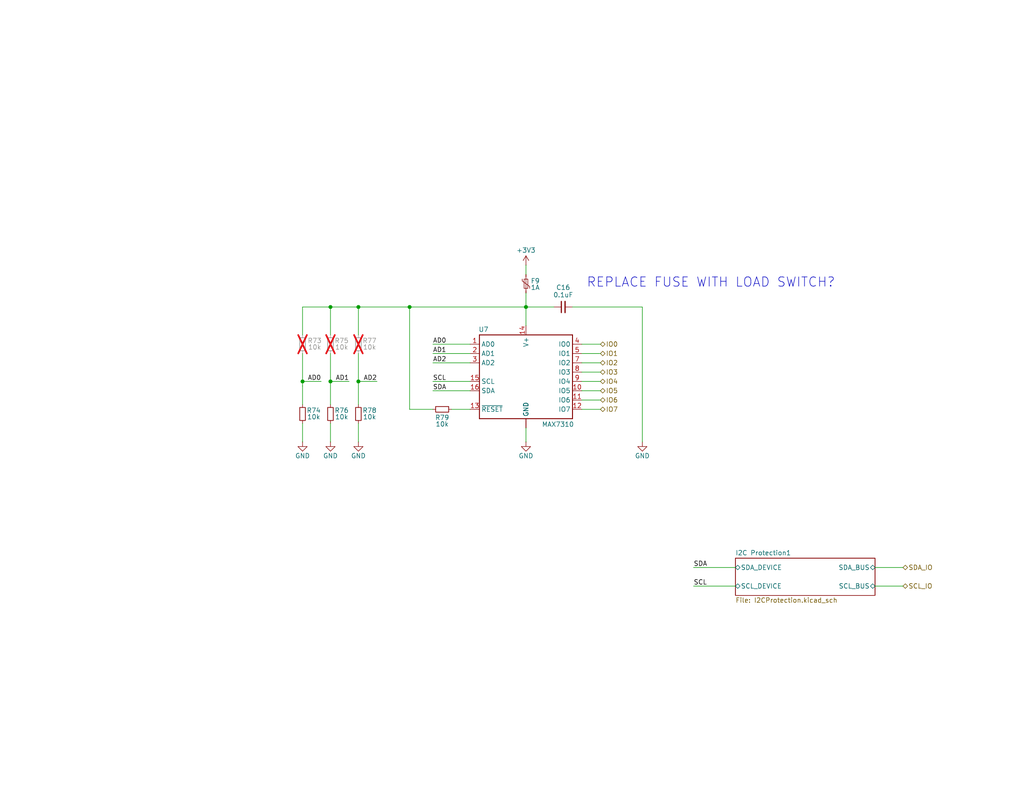
<source format=kicad_sch>
(kicad_sch (version 20231120) (generator "eeschema") (generator_version "8.0")
  (paper "USLetter")
  (title_block (title "Argus Batteryboard") (date "2024-12-06") (rev "v2.1") (company "Carnegie Mellon University") (comment 1 "M. Holliday") (comment 2 "N. Khera") (comment 3 "V. Rajesh"))
  (lib_symbols
    (symbol "Argus-IC:MAX7310"
      (property "Reference" "U7" (at -12.954 10.922 0))
      (property "Value" "MAX7310" (at 4.318 -14.986 0))
      (symbol "MAX7310_1_0"
        (polyline (pts (xy -12.7 -12.7) (xy 12.7 -12.7)) (stroke (width 0.254)))
        (polyline (pts (xy -12.7 10.16) (xy -12.7 -12.7)) (stroke (width 0.254)))
        (polyline (pts (xy 12.7 -12.7) (xy 12.7 10.16)) (stroke (width 0.254)))
        (polyline (pts (xy 12.7 10.16) (xy -12.7 10.16)) (stroke (width 0.254)))
        (pin input line (at -15.24 7.62 0) (length 2.54) (name "AD0") (number "1"))
        (pin bidirectional line (at 15.24 -5.08 180) (length 2.54) (name "IO5") (number "10"))
        (pin bidirectional line (at 15.24 -7.62 180) (length 2.54) (name "IO6") (number "11"))
        (pin bidirectional line (at 15.24 -10.16 180) (length 2.54) (name "IO7") (number "12"))
        (pin input line (at -15.24 -10.16 0) (length 2.54) (name "~{RESET}") (number "13"))
        (pin power_in line (at 0 12.7 270) (length 2.54) (name "V+") (number "14"))
        (pin input line (at -15.24 -2.54 0) (length 2.54) (name "SCL") (number "15"))
        (pin bidirectional line (at -15.24 -5.08 0) (length 2.54) (name "SDA") (number "16"))
        (pin power_in line (at 0 -15.24 90) (length 2.54) hide (name "GND") (number "17"))
        (pin input line (at -15.24 5.08 0) (length 2.54) (name "AD1") (number "2"))
        (pin input line (at -15.24 2.54 0) (length 2.54) (name "AD2") (number "3"))
        (pin bidirectional line (at 15.24 7.62 180) (length 2.54) (name "IO0") (number "4"))
        (pin bidirectional line (at 15.24 5.08 180) (length 2.54) (name "IO1") (number "5"))
        (pin power_in line (at 0 -15.24 90) (length 2.54) (name "GND") (number "6"))
        (pin bidirectional line (at 15.24 2.54 180) (length 2.54) (name "IO2") (number "7"))
        (pin bidirectional line (at 15.24 0 180) (length 2.54) (name "IO3") (number "8"))
        (pin bidirectional line (at 15.24 -2.54 180) (length 2.54) (name "IO4") (number "9"))
        (pin power_in line (at 0 -15.24 90) (length 2.54) (name "GND") (number "EPAD"))
      )
    )
    (symbol "Device:C_Small" (pin_numbers hide) (pin_names (offset 0.254) hide)
      (property "Reference" "C" (at 0.254 1.778 0))
      (property "Value" "C_Small" (at 0.254 -2.032 0))
      (symbol "C_Small_0_1"
        (polyline (pts (xy -1.524 -0.508) (xy 1.524 -0.508)) (stroke (width 0.3302)))
        (polyline (pts (xy -1.524 0.508) (xy 1.524 0.508)) (stroke (width 0.3048)))
      )
      (symbol "C_Small_1_1"
        (pin passive line (at 0 2.54 270) (length 2.032) (name "~") (number "1"))
        (pin passive line (at 0 -2.54 90) (length 2.032) (name "~") (number "2"))
      )
    )
    (symbol "Device:Polyfuse_Small" (pin_numbers hide) (pin_names (offset 0))
      (property "Reference" "F" (at -1.905 0 90))
      (property "Value" "Polyfuse_Small" (at 1.905 0 90))
      (symbol "Polyfuse_Small_0_1"
        (rectangle (start -0.508 1.27) (end 0.508 -1.27))
        (polyline (pts (xy 0 2.54) (xy 0 -2.54)))
        (polyline (pts (xy -1.016 1.27) (xy -1.016 0.762) (xy 1.016 -0.762) (xy 1.016 -1.27)))
      )
      (symbol "Polyfuse_Small_1_1"
        (pin passive line (at 0 2.54 270) (length 0.635) (name "~") (number "1"))
        (pin passive line (at 0 -2.54 90) (length 0.635) (name "~") (number "2"))
      )
    )
    (symbol "Device:R_Small" (pin_numbers hide) (pin_names (offset 0.254) hide)
      (property "Reference" "R" (at 0.762 0.508 0))
      (property "Value" "R_Small" (at 0.762 -1.016 0))
      (symbol "R_Small_0_1"
        (rectangle (start -0.762 1.778) (end 0.762 -1.778) (stroke (width 0.2032)))
      )
      (symbol "R_Small_1_1"
        (pin passive line (at 0 2.54 270) (length 0.762) (name "~") (number "1"))
        (pin passive line (at 0 -2.54 90) (length 0.762) (name "~") (number "2"))
      )
    )
    (symbol "power:+3V3" (power) (pin_numbers hide) (pin_names (offset 0) hide)
      (property "Value" "+3V3" (at 0 3.556 0))
      (symbol "+3V3_0_1"
        (polyline (pts (xy -0.762 1.27) (xy 0 2.54)))
        (polyline (pts (xy 0 0) (xy 0 2.54)))
        (polyline (pts (xy 0 2.54) (xy 0.762 1.27)))
      )
      (symbol "+3V3_1_1"
        (pin power_in line (at 0 0 90) (length 0) (name "~") (number "1"))
      )
    )
    (symbol "power:GND" (power) (pin_numbers hide) (pin_names (offset 0) hide)
      (property "Value" "GND" (at 0 -3.81 0))
      (symbol "GND_0_1"
        (polyline (pts (xy 0 0) (xy 0 -1.27) (xy 1.27 -1.27) (xy 0 -2.54) (xy -1.27 -1.27) (xy 0 -1.27)))
      )
      (symbol "GND_1_1"
        (pin power_in line (at 0 0 270) (length 0) (name "~") (number "1"))
      )
    )
  )
  (junction (at 90.17 83.82))
  (junction (at 90.17 104.14))
  (junction (at 111.76 83.82))
  (junction (at 97.79 83.82))
  (junction (at 82.55 104.14))
  (junction (at 97.79 104.14))
  (junction (at 143.51 83.82))
  (wire (pts (xy 97.79 96.52) (xy 97.79 104.14)))
  (wire (pts (xy 97.79 104.14) (xy 102.87 104.14)) (stroke (width 0.1524)))
  (wire (pts (xy 118.11 99.06) (xy 128.27 99.06)))
  (wire (pts (xy 90.17 104.14) (xy 95.25 104.14)) (stroke (width 0.1524)))
  (wire (pts (xy 158.75 106.68) (xy 163.83 106.68)))
  (wire (pts (xy 97.79 115.57) (xy 97.79 120.65)))
  (wire (pts (xy 175.26 83.82) (xy 156.21 83.82)))
  (wire (pts (xy 158.75 93.98) (xy 163.83 93.98)))
  (wire (pts (xy 82.55 115.57) (xy 82.55 120.65)))
  (wire (pts (xy 143.51 80.01) (xy 143.51 83.82)))
  (wire (pts (xy 111.76 83.82) (xy 143.51 83.82)))
  (wire (pts (xy 158.75 101.6) (xy 163.83 101.6)))
  (wire (pts (xy 158.75 109.22) (xy 163.83 109.22)))
  (wire (pts (xy 118.11 106.68) (xy 128.27 106.68)))
  (wire (pts (xy 90.17 96.52) (xy 90.17 104.14)))
  (wire (pts (xy 82.55 96.52) (xy 82.55 104.14)))
  (wire (pts (xy 111.76 83.82) (xy 97.79 83.82)))
  (wire (pts (xy 175.26 120.65) (xy 175.26 83.82)))
  (wire (pts (xy 90.17 104.14) (xy 90.17 110.49)) (stroke (width 0.1524)))
  (wire (pts (xy 118.11 111.76) (xy 111.76 111.76)))
  (wire (pts (xy 90.17 83.82) (xy 82.55 83.82)))
  (wire (pts (xy 158.75 96.52) (xy 163.83 96.52)))
  (wire (pts (xy 90.17 83.82) (xy 90.17 91.44)))
  (wire (pts (xy 82.55 105.41) (xy 82.55 110.49)))
  (wire (pts (xy 143.51 116.84) (xy 143.51 120.65)) (stroke (width 0.1524)))
  (wire (pts (xy 189.23 160.02) (xy 200.66 160.02)))
  (wire (pts (xy 143.51 83.82) (xy 151.13 83.82)))
  (wire (pts (xy 128.27 93.98) (xy 118.11 93.98)) (stroke (width 0.1524)))
  (wire (pts (xy 82.55 104.14) (xy 87.63 104.14)) (stroke (width 0.1524)))
  (wire (pts (xy 90.17 115.57) (xy 90.17 120.65)))
  (wire (pts (xy 82.55 104.14) (xy 82.55 105.41)) (stroke (width 0.1524)))
  (wire (pts (xy 97.79 83.82) (xy 90.17 83.82)))
  (wire (pts (xy 82.55 83.82) (xy 82.55 91.44)))
  (wire (pts (xy 118.11 96.52) (xy 128.27 96.52)))
  (wire (pts (xy 97.79 104.14) (xy 97.79 110.49)) (stroke (width 0.1524)))
  (wire (pts (xy 158.75 99.06) (xy 163.83 99.06)))
  (wire (pts (xy 189.23 154.94) (xy 200.66 154.94)))
  (wire (pts (xy 143.51 83.82) (xy 143.51 88.9)))
  (wire (pts (xy 158.75 111.76) (xy 163.83 111.76)))
  (wire (pts (xy 118.11 104.14) (xy 128.27 104.14)))
  (wire (pts (xy 143.51 72.39) (xy 143.51 74.93)))
  (wire (pts (xy 158.75 104.14) (xy 163.83 104.14)))
  (wire (pts (xy 238.76 154.94) (xy 246.38 154.94)))
  (wire (pts (xy 111.76 83.82) (xy 111.76 111.76)))
  (wire (pts (xy 123.19 111.76) (xy 128.27 111.76)) (stroke (width 0.1524)))
  (wire (pts (xy 238.76 160.02) (xy 246.38 160.02)))
  (wire (pts (xy 97.79 83.82) (xy 97.79 91.44)))
  (text "REPLACE FUSE WITH LOAD SWITCH?" (at 160.02 77.216 0) (effects (font (size 2.54 2.54)) (justify left)))
  (label "AD0" (at 118.11 93.98 0) (effects (font (size 1.2446 1.2446))))
  (label "SDA" (at 189.23 154.94 0))
  (label "AD2" (at 118.11 99.06 0) (effects (font (size 1.2446 1.2446))))
  (label "AD0" (at 87.63 104.14 180) (effects (font (size 1.2446 1.2446))))
  (label "SCL" (at 189.23 160.02 0))
  (label "AD1" (at 95.25 104.14 180) (effects (font (size 1.2446 1.2446))))
  (label "AD2" (at 102.87 104.14 180) (effects (font (size 1.2446 1.2446))))
  (label "AD1" (at 118.11 96.52 0) (effects (font (size 1.2446 1.2446))))
  (label "SCL" (at 118.11 104.14 0) (effects (font (size 1.2446 1.2446))))
  (label "SDA" (at 118.11 106.68 0) (effects (font (size 1.2446 1.2446))))
  (hierarchical_label "IO4" (shape bidirectional) (at 163.83 104.14 0))
  (hierarchical_label "IO3" (shape bidirectional) (at 163.83 101.6 0))
  (hierarchical_label "IO0" (shape bidirectional) (at 163.83 93.98 0))
  (hierarchical_label "IO5" (shape bidirectional) (at 163.83 106.68 0))
  (hierarchical_label "IO1" (shape bidirectional) (at 163.83 96.52 0))
  (hierarchical_label "SDA_IO" (shape bidirectional) (at 246.38 154.94 0))
  (hierarchical_label "IO7" (shape bidirectional) (at 163.83 111.76 0))
  (hierarchical_label "SCL_IO" (shape bidirectional) (at 246.38 160.02 0))
  (hierarchical_label "IO2" (shape bidirectional) (at 163.83 99.06 0))
  (hierarchical_label "IO6" (shape bidirectional) (at 163.83 109.22 0))
  (symbol (lib_id "Device:R_Small") (at 82.55 113.03 0) (mirror y) (unit 1)
    (property "Reference" "R74" (at 85.598 112.776 0) (effects (justify bottom)))
    (property "Value" "10k" (at 85.598 114.554 0) (effects (justify bottom)))
    (property "Footprint" "Resistor_SMD:R_0603_1608Metric" (effects (hide yes)))
    (property "Description" "Resistor, small symbol" (effects (hide yes)))
    (property "DIS" "Digi-Key" (effects (hide yes)))
    (property "DPN" "311-10.0KHRCT-ND" (effects (hide yes)))
    (property "MFR" "Yageo" (effects (hide yes)))
    (property "MPN" "RC0603FR-0710KL" (effects (hide yes)))
  )
  (symbol (lib_id "power:+3V3") (at 143.51 72.39 0) (unit 1)
    (property "Reference" "#PWR042" (effects (hide yes)))
    (property "Value" "+3V3" (at 143.51 68.326 0))
    (property "Description" "Power symbol creates a global label with name \"+3V3\"" (effects (hide yes)))
  )
  (symbol (lib_id "Device:Polyfuse_Small") (at 143.51 77.47 180) (unit 1)
    (property "Reference" "F9" (at 146.05 76.708 0))
    (property "Value" "1A" (at 146.05 78.486 0))
    (property "Footprint" "Fuse:Fuse_0805_2012Metric" (effects (hide yes)))
    (property "Description" "Resettable fuse, polymeric positive temperature coefficient, small symbol" (effects (hide yes)))
  )
  (symbol (lib_id "Device:R_Small") (at 90.17 93.98 0) (mirror y) (unit 1) (dnp yes)
    (property "Reference" "R75" (at 93.218 93.726 0) (effects (justify bottom)))
    (property "Value" "10k" (at 93.218 95.504 0) (effects (justify bottom)))
    (property "Footprint" "Resistor_SMD:R_0603_1608Metric" (effects (hide yes)))
    (property "Description" "Resistor, small symbol" (effects (hide yes)))
    (property "DIS" "Digi-Key" (effects (hide yes)))
    (property "DPN" "311-10.0KHRCT-ND" (effects (hide yes)))
    (property "MFR" "Yageo" (effects (hide yes)))
    (property "MPN" "RC0603FR-0710KL" (effects (hide yes)))
  )
  (symbol (lib_id "power:GND") (at 82.55 120.65 0) (unit 1)
    (property "Reference" "#PWR041" (effects (hide yes)))
    (property "Value" "GND" (at 82.55 124.46 0))
    (property "Description" "Power symbol creates a global label with name \"GND\" , ground" (effects (hide yes)))
  )
  (symbol (lib_id "Device:C_Small") (at 153.67 83.82 90) (unit 1)
    (property "Reference" "C16" (at 153.67 78.486 90))
    (property "Value" "0.1uF" (at 153.67 80.518 90))
    (property "Footprint" "Capacitor_SMD:C_0603_1608Metric" (effects (hide yes)))
    (property "Description" "Unpolarized capacitor, small symbol" (effects (hide yes)))
  )
  (symbol (lib_id "Argus-IC:MAX7310") (at 143.51 101.6 0) (unit 1)
    (property "Reference" "U7" (at 130.556 90.678 0) (effects (justify left bottom)))
    (property "Value" "MAX7310" (at 147.828 116.586 0) (effects (justify left bottom)))
    (property "Footprint" "Package_DFN_QFN:QFN-16-1EP_4x4mm_P0.65mm_EP2.1x2.1mm" (effects (hide yes)))
    (property "DIS" "Digi-Key" (effects (hide yes)))
    (property "DPN" "MAX7310ATE+-ND" (effects (hide yes)))
    (property "MFR" "Maxim" (effects (hide yes)))
    (property "MPN" "MAX7310ATE" (effects (hide yes)))
  )
  (symbol (lib_id "Device:R_Small") (at 90.17 113.03 0) (mirror y) (unit 1)
    (property "Reference" "R76" (at 93.218 112.776 0) (effects (justify bottom)))
    (property "Value" "10k" (at 93.218 114.554 0) (effects (justify bottom)))
    (property "Footprint" "Resistor_SMD:R_0603_1608Metric" (effects (hide yes)))
    (property "Description" "Resistor, small symbol" (effects (hide yes)))
    (property "DIS" "Digi-Key" (effects (hide yes)))
    (property "DPN" "311-10.0KHRCT-ND" (effects (hide yes)))
    (property "MFR" "Yageo" (effects (hide yes)))
    (property "MPN" "RC0603FR-0710KL" (effects (hide yes)))
  )
  (symbol (lib_id "Device:R_Small") (at 97.79 93.98 0) (mirror y) (unit 1) (dnp yes)
    (property "Reference" "R77" (at 100.838 93.726 0) (effects (justify bottom)))
    (property "Value" "10k" (at 100.838 95.504 0) (effects (justify bottom)))
    (property "Footprint" "Resistor_SMD:R_0603_1608Metric" (effects (hide yes)))
    (property "Description" "Resistor, small symbol" (effects (hide yes)))
    (property "DIS" "Digi-Key" (effects (hide yes)))
    (property "DPN" "311-10.0KHRCT-ND" (effects (hide yes)))
    (property "MFR" "Yageo" (effects (hide yes)))
    (property "MPN" "RC0603FR-0710KL" (effects (hide yes)))
  )
  (symbol (lib_id "power:GND") (at 143.51 120.65 0) (unit 1)
    (property "Reference" "#PWR055" (effects (hide yes)))
    (property "Value" "GND" (at 143.51 124.46 0))
    (property "Description" "Power symbol creates a global label with name \"GND\" , ground" (effects (hide yes)))
  )
  (symbol (lib_id "power:GND") (at 97.79 120.65 0) (unit 1)
    (property "Reference" "#PWR046" (effects (hide yes)))
    (property "Value" "GND" (at 97.79 124.46 0))
    (property "Description" "Power symbol creates a global label with name \"GND\" , ground" (effects (hide yes)))
  )
  (symbol (lib_id "power:GND") (at 175.26 120.65 0) (unit 1)
    (property "Reference" "#PWR024" (effects (hide yes)))
    (property "Value" "GND" (at 175.26 124.46 0))
    (property "Description" "Power symbol creates a global label with name \"GND\" , ground" (effects (hide yes)))
  )
  (symbol (lib_id "Device:R_Small") (at 82.55 93.98 0) (mirror y) (unit 1) (dnp yes)
    (property "Reference" "R73" (at 85.852 93.726 0) (effects (justify bottom)))
    (property "Value" "10k" (at 85.852 95.504 0) (effects (justify bottom)))
    (property "Footprint" "Resistor_SMD:R_0603_1608Metric" (effects (hide yes)))
    (property "Description" "Resistor, small symbol" (effects (hide yes)))
    (property "DIS" "Digi-Key" (effects (hide yes)))
    (property "DPN" "311-10.0KHRCT-ND" (effects (hide yes)))
    (property "MFR" "Yageo" (effects (hide yes)))
    (property "MPN" "RC0603FR-0710KL" (effects (hide yes)))
  )
  (symbol (lib_id "power:GND") (at 90.17 120.65 0) (unit 1)
    (property "Reference" "#PWR044" (effects (hide yes)))
    (property "Value" "GND" (at 90.17 124.46 0))
    (property "Description" "Power symbol creates a global label with name \"GND\" , ground" (effects (hide yes)))
  )
  (symbol (lib_id "Device:R_Small") (at 120.65 111.76 270) (mirror x) (unit 1)
    (property "Reference" "R79" (at 120.65 113.284 90) (effects (justify bottom)))
    (property "Value" "10k" (at 120.65 115.062 90) (effects (justify bottom)))
    (property "Footprint" "Resistor_SMD:R_0603_1608Metric" (effects (hide yes)))
    (property "Description" "Resistor, small symbol" (effects (hide yes)))
    (property "DIS" "Digi-Key" (effects (hide yes)))
    (property "DPN" "311-10.0KHRCT-ND" (effects (hide yes)))
    (property "MFR" "Yageo" (effects (hide yes)))
    (property "MPN" "RC0603FR-0710KL" (effects (hide yes)))
  )
  (symbol (lib_id "Device:R_Small") (at 97.79 113.03 0) (mirror y) (unit 1)
    (property "Reference" "R78" (at 100.838 112.776 0) (effects (justify bottom)))
    (property "Value" "10k" (at 100.838 114.554 0) (effects (justify bottom)))
    (property "Footprint" "Resistor_SMD:R_0603_1608Metric" (effects (hide yes)))
    (property "Description" "Resistor, small symbol" (effects (hide yes)))
    (property "DIS" "Digi-Key" (effects (hide yes)))
    (property "DPN" "311-10.0KHRCT-ND" (effects (hide yes)))
    (property "MFR" "Yageo" (effects (hide yes)))
    (property "MPN" "RC0603FR-0710KL" (effects (hide yes)))
  )
  (sheet (at 200.66 152.4) (size 38.1 10.16) (stroke (width 0.1524))
    (property "Sheetname" "I2C Protection1" (at 200.66 151.6884 0) (effects (justify left bottom)))
    (property "Sheetfile" "I2CProtection.kicad_sch" (at 200.66 163.1446 0) (effects (justify left top)))
    (pin "SDA_DEVICE" bidirectional (at 200.66 154.94 180))
    (pin "SCL_DEVICE" bidirectional (at 200.66 160.02 180))
    (pin "SDA_BUS" bidirectional (at 238.76 154.94 0))
    (pin "SCL_BUS" bidirectional (at 238.76 160.02 0))
  )
)
</source>
